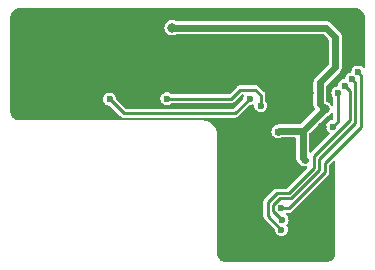
<source format=gbr>
%TF.GenerationSoftware,KiCad,Pcbnew,6.99.0-1.20221101gitf80c150.fc36*%
%TF.CreationDate,2022-11-28T17:43:37+00:00*%
%TF.ProjectId,bugg-mic-r4,62756767-2d6d-4696-932d-72342e6b6963,rev?*%
%TF.SameCoordinates,Original*%
%TF.FileFunction,Copper,L6,Bot*%
%TF.FilePolarity,Positive*%
%FSLAX46Y46*%
G04 Gerber Fmt 4.6, Leading zero omitted, Abs format (unit mm)*
G04 Created by KiCad (PCBNEW 6.99.0-1.20221101gitf80c150.fc36) date 2022-11-28 17:43:37*
%MOMM*%
%LPD*%
G01*
G04 APERTURE LIST*
%TA.AperFunction,ComponentPad*%
%ADD10C,0.500000*%
%TD*%
%TA.AperFunction,SMDPad,CuDef*%
%ADD11R,2.650000X2.650000*%
%TD*%
%TA.AperFunction,ViaPad*%
%ADD12C,0.600000*%
%TD*%
%TA.AperFunction,ViaPad*%
%ADD13C,0.800000*%
%TD*%
%TA.AperFunction,Conductor*%
%ADD14C,0.600000*%
%TD*%
%TA.AperFunction,Conductor*%
%ADD15C,0.250000*%
%TD*%
G04 APERTURE END LIST*
D10*
%TO.P,U301,25,VSS_THERMAL*%
%TO.N,GND*%
X14675000Y-325000D03*
X13600000Y-325000D03*
X12525000Y-325000D03*
X14675000Y-1400000D03*
X13600000Y-1400000D03*
D11*
X13599999Y-1399999D03*
D10*
X12525000Y-1400000D03*
X14675000Y-2475000D03*
X13600000Y-2475000D03*
X12525000Y-2475000D03*
%TD*%
D12*
%TO.N,GND*%
X-600000Y-3450000D03*
D13*
X15600000Y-5350000D03*
D12*
X500000Y-3450000D03*
X11750000Y-14700000D03*
X13700000Y-4400000D03*
X12950000Y2000000D03*
X11750000Y-15300000D03*
X16000000Y4350000D03*
X10550000Y1350000D03*
X-3050000Y4100000D03*
X15950000Y550000D03*
X18550000Y4000000D03*
X11455944Y-7673746D03*
X4000000Y4200000D03*
X11450000Y-3550000D03*
X10950000Y4050000D03*
%TO.N,+3V3*%
X16750000Y2350000D03*
X14200000Y-8100000D03*
D13*
X2950000Y3100000D03*
X15850000Y-3800000D03*
D12*
X11900000Y-5700000D03*
%TO.N,/SDOUT*%
X17550000Y-1800000D03*
X12200000Y-14000000D03*
%TO.N,/BCLK*%
X18133725Y-1252932D03*
X12241949Y-13158051D03*
%TO.N,/FSYNC*%
X18674709Y-663564D03*
X12200000Y-12200000D03*
%TO.N,Net-(U301-PDMDIN1_GPI1)*%
X-2350000Y-2950000D03*
X9500000Y-2900000D03*
%TO.N,Net-(U301-PDMCLK1_GPO1)*%
X2500000Y-2900000D03*
X10449991Y-3500009D03*
%TO.N,Net-(U301-GPIO1)*%
X16533051Y-5283051D03*
X16974627Y-2425373D03*
%TD*%
D14*
%TO.N,+3V3*%
X14200000Y-8100000D02*
X14000000Y-7900000D01*
X16750000Y-234300D02*
X16750000Y2350000D01*
X11900000Y-5700000D02*
X11950000Y-5650000D01*
X14000000Y-7900000D02*
X14000000Y-5650000D01*
X11950000Y-5650000D02*
X14000000Y-5650000D01*
X16000000Y3100000D02*
X2950000Y3100000D01*
X15450000Y-1534300D02*
X16750000Y-234300D01*
X15450000Y-3400000D02*
X15450000Y-1534300D01*
X16750000Y2350000D02*
X16000000Y3100000D01*
X14000000Y-5650000D02*
X15850000Y-3800000D01*
X15850000Y-3800000D02*
X15450000Y-3400000D01*
D15*
%TO.N,/SDOUT*%
X18000000Y-4700000D02*
X14950000Y-7750000D01*
X11800000Y-10900000D02*
X11050000Y-11650000D01*
X11050000Y-11650000D02*
X11050000Y-12850000D01*
X14950000Y-8763604D02*
X12813604Y-10900000D01*
X11050000Y-12850000D02*
X12200000Y-14000000D01*
X14950000Y-7750000D02*
X14950000Y-8763604D01*
X18000000Y-2250000D02*
X18000000Y-4700000D01*
X17550000Y-1800000D02*
X18000000Y-2250000D01*
X12813604Y-10900000D02*
X11800000Y-10900000D01*
%TO.N,/BCLK*%
X11500000Y-12416102D02*
X12241949Y-13158051D01*
X13000000Y-11350000D02*
X12063590Y-11350000D01*
X18133725Y-1252932D02*
X18450011Y-1569218D01*
X18450011Y-1569218D02*
X18450011Y-4963579D01*
X12063590Y-11350000D02*
X11500000Y-11913590D01*
X11500000Y-11913590D02*
X11500000Y-12416102D01*
X18450011Y-4963579D02*
X15400000Y-8013590D01*
X15400000Y-8950000D02*
X13000000Y-11350000D01*
X15400000Y-8013590D02*
X15400000Y-8950000D01*
%TO.N,/FSYNC*%
X15850000Y-9150000D02*
X12800000Y-12200000D01*
X12800000Y-12200000D02*
X12200000Y-12200000D01*
X18674709Y-663564D02*
X18974708Y-963563D01*
X18974708Y-5275292D02*
X15850000Y-8400000D01*
X15850000Y-8400000D02*
X15850000Y-9150000D01*
X18974708Y-963563D02*
X18974708Y-5275292D01*
%TO.N,Net-(U301-PDMDIN1_GPI1)*%
X9500000Y-2900000D02*
X8250000Y-4150000D01*
X8250000Y-4150000D02*
X-1150000Y-4150000D01*
X-1150000Y-4150000D02*
X-2350000Y-2950000D01*
%TO.N,Net-(U301-PDMCLK1_GPO1)*%
X8700000Y-2150000D02*
X7950000Y-2900000D01*
X10450000Y-2600000D02*
X10000000Y-2150000D01*
X10449991Y-3500009D02*
X10450000Y-3500000D01*
X10450000Y-3500000D02*
X10450000Y-2600000D01*
X7950000Y-2900000D02*
X2500000Y-2900000D01*
X10000000Y-2150000D02*
X8700000Y-2150000D01*
%TO.N,Net-(U301-GPIO1)*%
X16974627Y-2425373D02*
X16974627Y-4841475D01*
X16974627Y-4841475D02*
X16533051Y-5283051D01*
%TD*%
%TA.AperFunction,Conductor*%
%TO.N,GND*%
G36*
X18504843Y4749023D02*
G01*
X18518708Y4747657D01*
X18636517Y4736055D01*
X18655546Y4732270D01*
X18777492Y4695278D01*
X18795421Y4687851D01*
X18907798Y4627784D01*
X18923934Y4617002D01*
X19022438Y4536163D01*
X19036159Y4522443D01*
X19036164Y4522437D01*
X19117001Y4423937D01*
X19127783Y4407800D01*
X19187850Y4295423D01*
X19195277Y4277495D01*
X19232268Y4155551D01*
X19236054Y4136518D01*
X19249020Y4004875D01*
X19249497Y3995171D01*
X19249497Y3955832D01*
X19249499Y3955827D01*
X19249500Y3955815D01*
X19249500Y-216706D01*
X19230593Y-274897D01*
X19181093Y-310861D01*
X19119907Y-310861D01*
X19076420Y-280127D01*
X19075868Y-280679D01*
X19072656Y-277467D01*
X19071960Y-276975D01*
X19071287Y-276098D01*
X19071281Y-276092D01*
X19067330Y-270943D01*
X18952334Y-182703D01*
X18818418Y-127234D01*
X18811989Y-126388D01*
X18811987Y-126387D01*
X18681142Y-109161D01*
X18674709Y-108314D01*
X18668276Y-109161D01*
X18537431Y-126387D01*
X18537429Y-126388D01*
X18531000Y-127234D01*
X18397084Y-182703D01*
X18282088Y-270943D01*
X18193848Y-385939D01*
X18138379Y-519855D01*
X18137533Y-526284D01*
X18137532Y-526286D01*
X18124552Y-624880D01*
X18098211Y-680105D01*
X18039322Y-710111D01*
X18021933Y-712400D01*
X17996447Y-715755D01*
X17996445Y-715756D01*
X17990016Y-716602D01*
X17856100Y-772071D01*
X17741104Y-860311D01*
X17652864Y-975307D01*
X17597395Y-1109223D01*
X17593555Y-1138393D01*
X17589989Y-1165476D01*
X17563648Y-1220700D01*
X17504759Y-1250706D01*
X17479817Y-1253990D01*
X17406291Y-1263670D01*
X17272375Y-1319139D01*
X17157379Y-1407379D01*
X17069139Y-1522375D01*
X17013670Y-1656291D01*
X16995683Y-1792918D01*
X16995626Y-1793348D01*
X16969285Y-1848573D01*
X16910396Y-1878579D01*
X16837349Y-1888196D01*
X16837347Y-1888197D01*
X16830918Y-1889043D01*
X16697002Y-1944512D01*
X16582006Y-2032752D01*
X16493766Y-2147748D01*
X16438297Y-2281664D01*
X16437451Y-2288093D01*
X16437450Y-2288095D01*
X16427174Y-2366153D01*
X16419377Y-2425373D01*
X16420224Y-2431806D01*
X16436377Y-2554496D01*
X16438297Y-2569082D01*
X16493766Y-2702998D01*
X16497717Y-2708147D01*
X16578669Y-2813645D01*
X16599127Y-2873913D01*
X16599127Y-3422478D01*
X16580220Y-3480669D01*
X16530720Y-3516633D01*
X16469534Y-3516633D01*
X16418652Y-3478716D01*
X16343890Y-3370404D01*
X16343884Y-3370397D01*
X16340483Y-3365470D01*
X16281361Y-3313093D01*
X16226723Y-3264688D01*
X16226720Y-3264686D01*
X16222240Y-3260717D01*
X16216941Y-3257936D01*
X16216937Y-3257933D01*
X16150043Y-3222825D01*
X16082365Y-3187304D01*
X16075804Y-3185687D01*
X16075398Y-3185435D01*
X16070953Y-3183749D01*
X16071283Y-3182878D01*
X16023832Y-3153403D01*
X16000760Y-3096735D01*
X16000500Y-3089565D01*
X16000500Y-1803333D01*
X16019407Y-1745142D01*
X16029496Y-1733329D01*
X17131428Y-631397D01*
X17133859Y-629048D01*
X17176098Y-589600D01*
X17176100Y-589597D01*
X17181044Y-584980D01*
X17184561Y-579197D01*
X17184564Y-579193D01*
X17203059Y-548780D01*
X17208762Y-540400D01*
X17230271Y-512036D01*
X17230272Y-512034D01*
X17234361Y-506642D01*
X17241727Y-487961D01*
X17249237Y-472841D01*
X17256154Y-461467D01*
X17259672Y-455682D01*
X17271103Y-414885D01*
X17274334Y-405277D01*
X17287393Y-372161D01*
X17287393Y-372160D01*
X17289876Y-365864D01*
X17291930Y-345889D01*
X17295082Y-329302D01*
X17298673Y-316487D01*
X17298673Y-316484D01*
X17300500Y-309965D01*
X17300500Y-267600D01*
X17301019Y-257476D01*
X17304660Y-222063D01*
X17304660Y-222060D01*
X17305352Y-215328D01*
X17301940Y-195539D01*
X17300500Y-178718D01*
X17300500Y2307432D01*
X17301347Y2320354D01*
X17304403Y2343566D01*
X17304403Y2343567D01*
X17305250Y2350000D01*
X17304403Y2356435D01*
X17302802Y2368596D01*
X17302013Y2384898D01*
X17302531Y2400056D01*
X17302531Y2400058D01*
X17302762Y2406826D01*
X17293170Y2446190D01*
X17291202Y2456704D01*
X17286786Y2490248D01*
X17286785Y2490253D01*
X17286330Y2493709D01*
X17285722Y2495177D01*
X17285070Y2499920D01*
X17282373Y2506130D01*
X17277068Y2518344D01*
X17271687Y2534344D01*
X17268536Y2547272D01*
X17266933Y2553852D01*
X17248895Y2585932D01*
X17243725Y2596569D01*
X17233346Y2621626D01*
X17233345Y2621628D01*
X17230861Y2627625D01*
X17228635Y2630525D01*
X17228399Y2630994D01*
X17227477Y2632511D01*
X17224780Y2638720D01*
X17212104Y2654301D01*
X17202606Y2668257D01*
X17196085Y2679854D01*
X17192765Y2685759D01*
X17169365Y2709160D01*
X17160829Y2718893D01*
X17146573Y2737471D01*
X17142621Y2742621D01*
X17137869Y2746267D01*
X17134683Y2749798D01*
X17133553Y2750853D01*
X17129278Y2756108D01*
X17112870Y2767691D01*
X17099960Y2778565D01*
X16397083Y3481441D01*
X16394734Y3483873D01*
X16355301Y3526096D01*
X16350680Y3531044D01*
X16344897Y3534561D01*
X16344893Y3534564D01*
X16314480Y3553059D01*
X16306100Y3558762D01*
X16277736Y3580271D01*
X16277734Y3580272D01*
X16272342Y3584361D01*
X16266048Y3586843D01*
X16266046Y3586844D01*
X16253662Y3591727D01*
X16238541Y3599237D01*
X16227167Y3606154D01*
X16221382Y3609672D01*
X16206191Y3613928D01*
X16180585Y3621103D01*
X16170977Y3624334D01*
X16137861Y3637393D01*
X16137860Y3637393D01*
X16131564Y3639876D01*
X16111589Y3641930D01*
X16095002Y3645082D01*
X16082187Y3648673D01*
X16082184Y3648673D01*
X16075665Y3650500D01*
X16033300Y3650500D01*
X16023176Y3651019D01*
X15987763Y3654660D01*
X15987760Y3654660D01*
X15981028Y3655352D01*
X15961239Y3651940D01*
X15944418Y3650500D01*
X3325270Y3650500D01*
X3279262Y3661840D01*
X3187668Y3709913D01*
X3187666Y3709914D01*
X3182365Y3712696D01*
X3176553Y3714129D01*
X3176549Y3714130D01*
X3034801Y3749067D01*
X3034797Y3749067D01*
X3028985Y3750500D01*
X2871015Y3750500D01*
X2865203Y3749067D01*
X2865199Y3749067D01*
X2723451Y3714130D01*
X2723447Y3714129D01*
X2717635Y3712696D01*
X2712334Y3709914D01*
X2712332Y3709913D01*
X2583063Y3642067D01*
X2583059Y3642064D01*
X2577760Y3639283D01*
X2573280Y3635314D01*
X2573277Y3635312D01*
X2532557Y3599237D01*
X2459517Y3534530D01*
X2369780Y3404523D01*
X2313763Y3256818D01*
X2294722Y3100000D01*
X2313763Y2943182D01*
X2369780Y2795477D01*
X2373179Y2790552D01*
X2373180Y2790551D01*
X2396954Y2756108D01*
X2459517Y2665470D01*
X2489712Y2638720D01*
X2573277Y2564688D01*
X2573280Y2564686D01*
X2577760Y2560717D01*
X2583059Y2557936D01*
X2583063Y2557933D01*
X2712332Y2490087D01*
X2712334Y2490086D01*
X2717635Y2487304D01*
X2723447Y2485871D01*
X2723451Y2485870D01*
X2865199Y2450933D01*
X2865203Y2450933D01*
X2871015Y2449500D01*
X3028985Y2449500D01*
X3034797Y2450933D01*
X3034801Y2450933D01*
X3176549Y2485870D01*
X3176553Y2485871D01*
X3182365Y2487304D01*
X3187666Y2490086D01*
X3187668Y2490087D01*
X3279262Y2538160D01*
X3325270Y2549500D01*
X15730968Y2549500D01*
X15789159Y2530593D01*
X15800971Y2520504D01*
X16170503Y2150973D01*
X16198281Y2096456D01*
X16199500Y2080969D01*
X16199500Y34733D01*
X16180593Y-23458D01*
X16170504Y-35271D01*
X15068572Y-1137203D01*
X15066141Y-1139552D01*
X15023902Y-1179000D01*
X15023900Y-1179003D01*
X15018956Y-1183620D01*
X15015439Y-1189403D01*
X15015436Y-1189407D01*
X14996941Y-1219820D01*
X14991238Y-1228200D01*
X14974172Y-1250706D01*
X14965639Y-1261958D01*
X14963157Y-1268252D01*
X14963156Y-1268254D01*
X14958273Y-1280638D01*
X14950763Y-1295759D01*
X14940328Y-1312918D01*
X14938501Y-1319439D01*
X14928897Y-1353715D01*
X14925666Y-1363323D01*
X14910124Y-1402736D01*
X14908071Y-1422708D01*
X14904918Y-1439298D01*
X14899500Y-1458635D01*
X14899500Y-1501000D01*
X14898981Y-1511124D01*
X14894648Y-1553272D01*
X14895799Y-1559946D01*
X14898060Y-1573061D01*
X14899500Y-1589882D01*
X14899500Y-3388921D01*
X14899442Y-3392301D01*
X14897238Y-3456826D01*
X14898842Y-3463408D01*
X14907266Y-3497978D01*
X14909159Y-3507936D01*
X14914930Y-3549920D01*
X14917628Y-3556131D01*
X14917629Y-3556135D01*
X14922932Y-3568344D01*
X14928313Y-3584344D01*
X14933067Y-3603852D01*
X14936383Y-3609750D01*
X14936384Y-3609752D01*
X14953833Y-3640786D01*
X14958341Y-3649860D01*
X14975220Y-3688720D01*
X14979493Y-3693972D01*
X14987891Y-3704295D01*
X14997388Y-3718249D01*
X15007234Y-3735759D01*
X15011291Y-3739816D01*
X15031239Y-3797178D01*
X15013529Y-3855744D01*
X15002264Y-3869212D01*
X14391705Y-4479770D01*
X13800971Y-5070504D01*
X13746454Y-5098281D01*
X13730967Y-5099500D01*
X11961096Y-5099500D01*
X11957716Y-5099442D01*
X11899943Y-5097468D01*
X11899941Y-5097468D01*
X11893174Y-5097237D01*
X11886598Y-5098840D01*
X11886594Y-5098840D01*
X11852012Y-5107268D01*
X11842054Y-5109161D01*
X11800080Y-5114930D01*
X11781657Y-5122933D01*
X11765660Y-5128312D01*
X11746148Y-5133067D01*
X11740248Y-5136385D01*
X11740244Y-5136386D01*
X11709214Y-5153833D01*
X11700140Y-5158341D01*
X11661280Y-5175220D01*
X11648826Y-5185352D01*
X11645705Y-5187891D01*
X11631751Y-5197388D01*
X11625962Y-5200643D01*
X11620141Y-5203916D01*
X11620139Y-5203918D01*
X11614241Y-5207234D01*
X11584276Y-5237199D01*
X11576750Y-5243990D01*
X11543892Y-5270722D01*
X11539988Y-5276253D01*
X11539260Y-5277284D01*
X11518652Y-5298728D01*
X11512535Y-5303422D01*
X11512532Y-5303425D01*
X11507379Y-5307379D01*
X11503425Y-5312532D01*
X11485921Y-5335344D01*
X11484975Y-5336500D01*
X11484109Y-5337366D01*
X11481016Y-5341445D01*
X11462399Y-5365995D01*
X11462058Y-5366441D01*
X11441768Y-5392885D01*
X11419139Y-5422375D01*
X11418530Y-5423846D01*
X11415639Y-5427658D01*
X11413155Y-5433957D01*
X11389896Y-5492939D01*
X11389266Y-5494496D01*
X11363670Y-5556291D01*
X11363193Y-5559915D01*
X11363029Y-5560412D01*
X11362609Y-5562134D01*
X11360124Y-5568436D01*
X11359432Y-5575172D01*
X11359431Y-5575174D01*
X11353330Y-5634523D01*
X11353002Y-5637322D01*
X11344750Y-5700000D01*
X11345532Y-5705938D01*
X11345288Y-5710697D01*
X11345341Y-5712236D01*
X11344648Y-5718972D01*
X11355308Y-5780798D01*
X11355900Y-5784694D01*
X11363670Y-5843709D01*
X11366152Y-5849703D01*
X11367832Y-5855972D01*
X11367506Y-5856059D01*
X11369209Y-5861424D01*
X11370360Y-5868100D01*
X11373269Y-5874216D01*
X11395724Y-5921434D01*
X11397780Y-5926060D01*
X11419139Y-5977625D01*
X11423090Y-5982773D01*
X11426335Y-5988395D01*
X11426237Y-5988452D01*
X11432333Y-5998413D01*
X11432442Y-5998643D01*
X11432446Y-5998649D01*
X11435353Y-6004762D01*
X11439804Y-6009866D01*
X11471730Y-6046480D01*
X11475650Y-6051271D01*
X11507379Y-6092621D01*
X11512524Y-6096569D01*
X11513383Y-6097228D01*
X11527730Y-6110704D01*
X11534808Y-6118821D01*
X11540466Y-6122532D01*
X11540474Y-6122539D01*
X11577992Y-6147146D01*
X11583954Y-6151379D01*
X11622375Y-6180861D01*
X11628374Y-6183346D01*
X11628376Y-6183347D01*
X11632821Y-6185189D01*
X11649227Y-6193868D01*
X11655682Y-6198102D01*
X11655686Y-6198104D01*
X11661347Y-6201817D01*
X11687960Y-6210264D01*
X11707029Y-6216316D01*
X11714965Y-6219213D01*
X11750291Y-6233845D01*
X11750293Y-6233846D01*
X11756291Y-6236330D01*
X11771188Y-6238291D01*
X11788208Y-6242081D01*
X11805584Y-6247596D01*
X11849781Y-6249105D01*
X11859315Y-6249893D01*
X11900000Y-6255250D01*
X11906433Y-6254403D01*
X11906435Y-6254403D01*
X11918596Y-6252802D01*
X11934898Y-6252013D01*
X11950056Y-6252531D01*
X11950058Y-6252531D01*
X11956826Y-6252762D01*
X11996190Y-6243170D01*
X12006701Y-6241202D01*
X12043709Y-6236330D01*
X12064472Y-6227730D01*
X12078918Y-6223009D01*
X12103852Y-6216933D01*
X12110479Y-6213207D01*
X12111393Y-6212967D01*
X12116055Y-6211129D01*
X12116276Y-6211689D01*
X12159001Y-6200500D01*
X13350500Y-6200500D01*
X13408691Y-6219407D01*
X13444655Y-6268907D01*
X13449500Y-6299500D01*
X13449500Y-7888921D01*
X13449442Y-7892301D01*
X13447238Y-7956826D01*
X13448842Y-7963408D01*
X13457266Y-7997978D01*
X13459159Y-8007936D01*
X13464930Y-8049920D01*
X13467628Y-8056131D01*
X13467629Y-8056135D01*
X13472932Y-8068344D01*
X13478313Y-8084344D01*
X13483067Y-8103852D01*
X13486383Y-8109750D01*
X13486384Y-8109752D01*
X13503833Y-8140786D01*
X13508341Y-8149860D01*
X13525220Y-8188720D01*
X13529493Y-8193972D01*
X13537891Y-8204295D01*
X13547388Y-8218249D01*
X13557234Y-8235759D01*
X13587199Y-8265724D01*
X13593990Y-8273250D01*
X13620722Y-8306108D01*
X13626253Y-8310012D01*
X13637123Y-8317685D01*
X13650036Y-8328561D01*
X13780643Y-8459168D01*
X13789175Y-8468897D01*
X13807379Y-8492621D01*
X13825501Y-8506526D01*
X13835344Y-8514079D01*
X13836500Y-8515025D01*
X13837366Y-8515891D01*
X13866060Y-8537651D01*
X13866441Y-8537942D01*
X13922375Y-8580861D01*
X13923846Y-8581470D01*
X13927658Y-8584361D01*
X13933957Y-8586845D01*
X13992939Y-8610104D01*
X13994506Y-8610738D01*
X14050298Y-8633848D01*
X14050300Y-8633849D01*
X14056291Y-8636330D01*
X14059915Y-8636807D01*
X14060412Y-8636971D01*
X14062134Y-8637391D01*
X14068436Y-8639876D01*
X14075172Y-8640568D01*
X14075174Y-8640569D01*
X14134523Y-8646670D01*
X14137322Y-8646998D01*
X14190931Y-8654056D01*
X14200000Y-8655250D01*
X14205938Y-8654468D01*
X14210701Y-8654712D01*
X14212237Y-8654660D01*
X14218972Y-8655352D01*
X14226583Y-8654040D01*
X14280826Y-8644688D01*
X14284713Y-8644097D01*
X14287790Y-8643692D01*
X14347950Y-8654841D01*
X14390069Y-8699222D01*
X14398057Y-8759884D01*
X14370718Y-8811849D01*
X12687062Y-10495504D01*
X12632545Y-10523281D01*
X12617058Y-10524500D01*
X11849212Y-10524500D01*
X11828896Y-10522393D01*
X11823759Y-10521316D01*
X11823758Y-10521316D01*
X11815732Y-10519633D01*
X11807597Y-10520647D01*
X11807595Y-10520647D01*
X11782783Y-10523740D01*
X11777055Y-10524095D01*
X11777061Y-10524162D01*
X11772982Y-10524500D01*
X11768886Y-10524500D01*
X11747870Y-10528007D01*
X11743848Y-10528593D01*
X11729711Y-10530355D01*
X11699513Y-10534119D01*
X11699511Y-10534120D01*
X11691374Y-10535134D01*
X11684235Y-10538624D01*
X11684222Y-10538628D01*
X11676390Y-10539935D01*
X11669178Y-10543838D01*
X11669175Y-10543839D01*
X11629928Y-10565078D01*
X11626292Y-10566950D01*
X11586159Y-10586570D01*
X11586154Y-10586573D01*
X11578789Y-10590174D01*
X11573171Y-10595792D01*
X11573160Y-10595801D01*
X11566174Y-10599581D01*
X11530371Y-10638472D01*
X11527564Y-10641398D01*
X10819273Y-11349689D01*
X10803417Y-11362564D01*
X10792164Y-11369916D01*
X10787127Y-11376388D01*
X10771778Y-11396108D01*
X10767973Y-11400417D01*
X10768023Y-11400460D01*
X10765372Y-11403590D01*
X10762480Y-11406482D01*
X10760104Y-11409810D01*
X10760103Y-11409811D01*
X10750090Y-11423835D01*
X10747646Y-11427112D01*
X10715191Y-11468811D01*
X10712611Y-11476326D01*
X10712606Y-11476335D01*
X10707990Y-11482801D01*
X10692905Y-11533472D01*
X10691677Y-11537306D01*
X10674500Y-11587340D01*
X10674500Y-11595294D01*
X10672232Y-11602912D01*
X10672571Y-11611111D01*
X10672571Y-11611112D01*
X10674415Y-11655702D01*
X10674500Y-11659792D01*
X10674500Y-12800788D01*
X10672393Y-12821104D01*
X10669633Y-12834268D01*
X10670647Y-12842403D01*
X10670647Y-12842405D01*
X10673740Y-12867217D01*
X10674095Y-12872945D01*
X10674162Y-12872939D01*
X10674500Y-12877018D01*
X10674500Y-12881114D01*
X10675174Y-12885152D01*
X10678004Y-12902113D01*
X10678593Y-12906152D01*
X10685134Y-12958626D01*
X10688624Y-12965765D01*
X10688628Y-12965778D01*
X10689935Y-12973610D01*
X10693838Y-12980822D01*
X10693839Y-12980825D01*
X10715078Y-13020072D01*
X10716950Y-13023708D01*
X10736570Y-13063841D01*
X10736573Y-13063846D01*
X10740174Y-13071211D01*
X10745792Y-13076829D01*
X10745800Y-13076840D01*
X10749581Y-13083826D01*
X10755616Y-13089382D01*
X10755617Y-13089383D01*
X10788448Y-13119606D01*
X10791401Y-13122438D01*
X11617317Y-13948354D01*
X11645466Y-14005435D01*
X11663670Y-14143709D01*
X11719139Y-14277625D01*
X11807379Y-14392621D01*
X11922375Y-14480861D01*
X12056291Y-14536330D01*
X12062720Y-14537176D01*
X12062722Y-14537177D01*
X12193567Y-14554403D01*
X12200000Y-14555250D01*
X12206433Y-14554403D01*
X12337278Y-14537177D01*
X12337280Y-14537176D01*
X12343709Y-14536330D01*
X12477625Y-14480861D01*
X12592621Y-14392621D01*
X12680861Y-14277625D01*
X12736330Y-14143709D01*
X12755250Y-14000000D01*
X12736330Y-13856291D01*
X12680861Y-13722375D01*
X12676910Y-13717225D01*
X12676907Y-13717221D01*
X12638085Y-13666628D01*
X12617660Y-13608952D01*
X12638084Y-13546092D01*
X12718859Y-13440825D01*
X12722810Y-13435676D01*
X12778279Y-13301760D01*
X12797199Y-13158051D01*
X12786720Y-13078454D01*
X12779126Y-13020773D01*
X12779125Y-13020771D01*
X12778279Y-13014342D01*
X12722810Y-12880426D01*
X12634570Y-12765430D01*
X12629421Y-12761479D01*
X12629416Y-12761474D01*
X12618426Y-12753041D01*
X12583771Y-12702617D01*
X12585373Y-12641452D01*
X12622621Y-12592911D01*
X12678694Y-12575500D01*
X12750788Y-12575500D01*
X12771104Y-12577607D01*
X12776241Y-12578684D01*
X12776242Y-12578684D01*
X12784268Y-12580367D01*
X12792403Y-12579353D01*
X12792405Y-12579353D01*
X12817217Y-12576260D01*
X12822945Y-12575905D01*
X12822939Y-12575838D01*
X12827018Y-12575500D01*
X12831114Y-12575500D01*
X12852130Y-12571993D01*
X12856152Y-12571407D01*
X12870289Y-12569645D01*
X12900487Y-12565881D01*
X12900489Y-12565880D01*
X12908626Y-12564866D01*
X12915765Y-12561376D01*
X12915778Y-12561372D01*
X12923610Y-12560065D01*
X12930822Y-12556162D01*
X12930825Y-12556161D01*
X12970072Y-12534922D01*
X12973708Y-12533050D01*
X13013841Y-12513430D01*
X13013846Y-12513427D01*
X13021211Y-12509826D01*
X13026829Y-12504208D01*
X13026840Y-12504200D01*
X13033826Y-12500419D01*
X13069606Y-12461552D01*
X13072438Y-12458599D01*
X16080724Y-9450313D01*
X16096580Y-9437438D01*
X16096947Y-9437198D01*
X16107836Y-9430084D01*
X16112872Y-9423614D01*
X16112874Y-9423612D01*
X16128226Y-9403887D01*
X16132026Y-9399583D01*
X16131976Y-9399541D01*
X16134630Y-9396407D01*
X16137519Y-9393518D01*
X16149905Y-9376170D01*
X16152350Y-9372893D01*
X16179770Y-9337663D01*
X16184809Y-9331189D01*
X16187390Y-9323672D01*
X16187393Y-9323666D01*
X16192010Y-9317199D01*
X16207100Y-9266512D01*
X16208324Y-9262691D01*
X16225500Y-9212660D01*
X16225500Y-9204707D01*
X16227768Y-9197089D01*
X16225585Y-9144299D01*
X16225500Y-9140209D01*
X16225500Y-8596545D01*
X16244407Y-8538354D01*
X16254496Y-8526541D01*
X16580496Y-8200541D01*
X16635013Y-8172764D01*
X16695445Y-8182335D01*
X16738710Y-8225600D01*
X16749500Y-8270545D01*
X16749500Y-15995140D01*
X16749023Y-16004843D01*
X16736055Y-16136515D01*
X16732270Y-16155546D01*
X16732268Y-16155553D01*
X16695278Y-16277492D01*
X16687851Y-16295421D01*
X16627784Y-16407798D01*
X16617002Y-16423934D01*
X16536163Y-16522438D01*
X16522443Y-16536159D01*
X16462559Y-16585305D01*
X16423937Y-16617001D01*
X16407800Y-16627783D01*
X16295423Y-16687850D01*
X16277495Y-16695277D01*
X16155548Y-16732269D01*
X16136520Y-16736054D01*
X16022913Y-16747243D01*
X16004875Y-16749020D01*
X15995171Y-16749497D01*
X15955832Y-16749497D01*
X15955827Y-16749499D01*
X15955815Y-16749500D01*
X7504860Y-16749500D01*
X7495157Y-16749023D01*
X7481292Y-16747657D01*
X7363483Y-16736055D01*
X7344454Y-16732270D01*
X7222507Y-16695278D01*
X7204579Y-16687851D01*
X7092202Y-16627784D01*
X7076066Y-16617002D01*
X6977562Y-16536163D01*
X6963841Y-16522443D01*
X6882999Y-16423937D01*
X6872217Y-16407800D01*
X6812150Y-16295423D01*
X6804723Y-16277494D01*
X6804722Y-16277492D01*
X6767731Y-16155548D01*
X6763946Y-16136518D01*
X6750980Y-16004875D01*
X6750503Y-15995171D01*
X6750503Y-15955832D01*
X6750501Y-15955827D01*
X6750500Y-15955815D01*
X6750500Y-5901580D01*
X6719708Y-5707171D01*
X6710757Y-5679623D01*
X6660083Y-5523664D01*
X6660081Y-5523660D01*
X6658883Y-5519972D01*
X6657120Y-5516513D01*
X6657118Y-5516507D01*
X6571292Y-5348066D01*
X6571290Y-5348062D01*
X6569522Y-5344593D01*
X6546229Y-5312532D01*
X6456112Y-5188497D01*
X6453827Y-5185352D01*
X6314645Y-5046171D01*
X6187547Y-4953829D01*
X6158551Y-4932762D01*
X6158547Y-4932760D01*
X6155404Y-4930476D01*
X6086915Y-4895579D01*
X5983492Y-4842882D01*
X5983487Y-4842880D01*
X5980025Y-4841116D01*
X5911452Y-4818835D01*
X5796526Y-4781493D01*
X5796524Y-4781492D01*
X5792826Y-4780291D01*
X5695621Y-4764896D01*
X5602262Y-4750109D01*
X5602260Y-4750109D01*
X5598416Y-4749500D01*
X-9995140Y-4749500D01*
X-10004843Y-4749023D01*
X-10018708Y-4747657D01*
X-10136517Y-4736055D01*
X-10155546Y-4732270D01*
X-10277491Y-4695278D01*
X-10295420Y-4687851D01*
X-10407798Y-4627784D01*
X-10423934Y-4617003D01*
X-10469234Y-4579827D01*
X-10522441Y-4536161D01*
X-10536158Y-4522444D01*
X-10617000Y-4423937D01*
X-10627781Y-4407801D01*
X-10687848Y-4295423D01*
X-10695275Y-4277494D01*
X-10732267Y-4155549D01*
X-10736052Y-4136518D01*
X-10737933Y-4117413D01*
X-10749020Y-4004846D01*
X-10749497Y-3995143D01*
X-10749497Y-3955833D01*
X-10749499Y-3955828D01*
X-10749500Y-3955816D01*
X-10749500Y-2950000D01*
X-2905250Y-2950000D01*
X-2904403Y-2956433D01*
X-2893759Y-3037278D01*
X-2886330Y-3093709D01*
X-2830861Y-3227625D01*
X-2742621Y-3342621D01*
X-2627625Y-3430861D01*
X-2493709Y-3486330D01*
X-2487280Y-3487176D01*
X-2487278Y-3487177D01*
X-2424232Y-3495477D01*
X-2355435Y-3504534D01*
X-2298354Y-3532683D01*
X-1450313Y-4380724D01*
X-1437438Y-4396580D01*
X-1430084Y-4407836D01*
X-1423614Y-4412872D01*
X-1423612Y-4412874D01*
X-1403887Y-4428226D01*
X-1399583Y-4432026D01*
X-1399541Y-4431976D01*
X-1396407Y-4434630D01*
X-1393518Y-4437519D01*
X-1376171Y-4449905D01*
X-1372893Y-4452350D01*
X-1331189Y-4484809D01*
X-1323672Y-4487390D01*
X-1323666Y-4487393D01*
X-1317199Y-4492010D01*
X-1266512Y-4507100D01*
X-1262691Y-4508324D01*
X-1212660Y-4525500D01*
X-1204710Y-4525500D01*
X-1204704Y-4525501D01*
X-1197089Y-4527768D01*
X-1188890Y-4527429D01*
X-1188889Y-4527429D01*
X-1144299Y-4525585D01*
X-1140209Y-4525500D01*
X8200788Y-4525500D01*
X8221104Y-4527607D01*
X8226241Y-4528684D01*
X8226242Y-4528684D01*
X8234268Y-4530367D01*
X8242403Y-4529353D01*
X8242405Y-4529353D01*
X8267217Y-4526260D01*
X8272945Y-4525905D01*
X8272939Y-4525838D01*
X8277018Y-4525500D01*
X8281114Y-4525500D01*
X8302130Y-4521993D01*
X8306152Y-4521407D01*
X8320289Y-4519645D01*
X8350487Y-4515881D01*
X8350489Y-4515880D01*
X8358626Y-4514866D01*
X8365765Y-4511376D01*
X8365778Y-4511372D01*
X8373610Y-4510065D01*
X8380822Y-4506162D01*
X8380825Y-4506161D01*
X8420072Y-4484922D01*
X8423708Y-4483050D01*
X8463841Y-4463430D01*
X8463846Y-4463427D01*
X8471211Y-4459826D01*
X8476829Y-4454208D01*
X8476840Y-4454200D01*
X8483826Y-4450419D01*
X8495702Y-4437519D01*
X8519606Y-4411552D01*
X8522438Y-4408599D01*
X9448355Y-3482683D01*
X9505436Y-3454534D01*
X9554217Y-3448112D01*
X9637278Y-3437177D01*
X9637280Y-3437176D01*
X9643709Y-3436330D01*
X9759668Y-3388299D01*
X9820663Y-3383498D01*
X9872832Y-3415468D01*
X9896247Y-3471996D01*
X9895705Y-3492682D01*
X9895588Y-3493571D01*
X9895588Y-3493576D01*
X9894741Y-3500009D01*
X9913661Y-3643718D01*
X9969130Y-3777634D01*
X10057370Y-3892630D01*
X10172366Y-3980870D01*
X10306282Y-4036339D01*
X10312711Y-4037185D01*
X10312713Y-4037186D01*
X10443558Y-4054412D01*
X10449991Y-4055259D01*
X10456424Y-4054412D01*
X10587269Y-4037186D01*
X10587271Y-4037185D01*
X10593700Y-4036339D01*
X10727616Y-3980870D01*
X10842612Y-3892630D01*
X10930852Y-3777634D01*
X10986321Y-3643718D01*
X11005241Y-3500009D01*
X10998977Y-3452433D01*
X10987168Y-3362731D01*
X10987167Y-3362729D01*
X10986321Y-3356300D01*
X10930852Y-3222384D01*
X10845958Y-3111748D01*
X10825500Y-3051481D01*
X10825500Y-2649212D01*
X10827607Y-2628896D01*
X10828684Y-2623759D01*
X10828684Y-2623758D01*
X10830367Y-2615732D01*
X10826260Y-2582783D01*
X10825905Y-2577055D01*
X10825838Y-2577061D01*
X10825500Y-2572982D01*
X10825500Y-2568886D01*
X10821993Y-2547870D01*
X10821406Y-2543839D01*
X10815881Y-2499513D01*
X10815880Y-2499511D01*
X10814866Y-2491374D01*
X10811376Y-2484235D01*
X10811372Y-2484222D01*
X10810065Y-2476390D01*
X10806162Y-2469178D01*
X10806161Y-2469175D01*
X10784922Y-2429928D01*
X10783050Y-2426292D01*
X10763430Y-2386159D01*
X10763427Y-2386154D01*
X10759826Y-2378789D01*
X10754208Y-2373171D01*
X10754200Y-2373160D01*
X10750419Y-2366174D01*
X10738553Y-2355250D01*
X10711541Y-2330384D01*
X10708588Y-2327551D01*
X10300313Y-1919275D01*
X10287438Y-1903420D01*
X10284570Y-1899031D01*
X10280084Y-1892164D01*
X10253892Y-1871778D01*
X10249583Y-1867973D01*
X10249540Y-1868023D01*
X10246410Y-1865372D01*
X10243518Y-1862480D01*
X10226165Y-1850090D01*
X10222888Y-1847646D01*
X10187661Y-1820228D01*
X10187660Y-1820227D01*
X10181189Y-1815191D01*
X10173674Y-1812611D01*
X10173665Y-1812606D01*
X10167199Y-1807990D01*
X10116528Y-1792905D01*
X10112694Y-1791677D01*
X10062660Y-1774500D01*
X10054705Y-1774500D01*
X10047088Y-1772232D01*
X10038889Y-1772571D01*
X10038888Y-1772571D01*
X9994298Y-1774415D01*
X9990208Y-1774500D01*
X8749212Y-1774500D01*
X8728896Y-1772393D01*
X8723759Y-1771316D01*
X8723758Y-1771316D01*
X8715732Y-1769633D01*
X8707597Y-1770647D01*
X8707595Y-1770647D01*
X8682783Y-1773740D01*
X8677055Y-1774095D01*
X8677061Y-1774162D01*
X8672982Y-1774500D01*
X8668886Y-1774500D01*
X8647870Y-1778007D01*
X8643848Y-1778593D01*
X8629711Y-1780355D01*
X8599513Y-1784119D01*
X8599511Y-1784120D01*
X8591374Y-1785134D01*
X8584235Y-1788624D01*
X8584222Y-1788628D01*
X8576390Y-1789935D01*
X8569178Y-1793838D01*
X8569175Y-1793839D01*
X8529928Y-1815078D01*
X8526292Y-1816950D01*
X8486159Y-1836570D01*
X8486154Y-1836573D01*
X8478789Y-1840174D01*
X8473171Y-1845792D01*
X8473160Y-1845801D01*
X8466174Y-1849581D01*
X8430371Y-1888472D01*
X8427564Y-1891398D01*
X7823458Y-2495504D01*
X7768941Y-2523281D01*
X7753454Y-2524500D01*
X2948540Y-2524500D01*
X2888272Y-2504042D01*
X2852236Y-2476390D01*
X2777625Y-2419139D01*
X2643709Y-2363670D01*
X2637280Y-2362824D01*
X2637278Y-2362823D01*
X2506433Y-2345597D01*
X2500000Y-2344750D01*
X2493567Y-2345597D01*
X2362722Y-2362823D01*
X2362720Y-2362824D01*
X2356291Y-2363670D01*
X2222375Y-2419139D01*
X2217226Y-2423090D01*
X2137549Y-2484229D01*
X2107379Y-2507379D01*
X2019139Y-2622375D01*
X1963670Y-2756291D01*
X1962824Y-2762720D01*
X1962823Y-2762722D01*
X1956119Y-2813645D01*
X1944750Y-2900000D01*
X1945597Y-2906433D01*
X1954150Y-2971395D01*
X1963670Y-3043709D01*
X2019139Y-3177625D01*
X2107379Y-3292621D01*
X2222375Y-3380861D01*
X2356291Y-3436330D01*
X2362720Y-3437176D01*
X2362722Y-3437177D01*
X2493567Y-3454403D01*
X2500000Y-3455250D01*
X2506433Y-3454403D01*
X2637278Y-3437177D01*
X2637280Y-3437176D01*
X2643709Y-3436330D01*
X2777625Y-3380861D01*
X2888272Y-3295958D01*
X2948540Y-3275500D01*
X7900788Y-3275500D01*
X7921104Y-3277607D01*
X7926241Y-3278684D01*
X7926242Y-3278684D01*
X7934268Y-3280367D01*
X7942403Y-3279353D01*
X7942405Y-3279353D01*
X7967217Y-3276260D01*
X7972945Y-3275905D01*
X7972939Y-3275838D01*
X7977018Y-3275500D01*
X7981114Y-3275500D01*
X8002130Y-3271993D01*
X8006152Y-3271407D01*
X8020289Y-3269645D01*
X8050487Y-3265881D01*
X8050489Y-3265880D01*
X8058626Y-3264866D01*
X8065765Y-3261376D01*
X8065778Y-3261372D01*
X8073610Y-3260065D01*
X8080822Y-3256162D01*
X8080825Y-3256161D01*
X8120072Y-3234922D01*
X8123708Y-3233050D01*
X8163841Y-3213430D01*
X8163846Y-3213427D01*
X8171211Y-3209826D01*
X8176829Y-3204208D01*
X8176840Y-3204200D01*
X8183826Y-3200419D01*
X8195900Y-3187304D01*
X8219606Y-3161552D01*
X8222438Y-3158599D01*
X8826541Y-2554496D01*
X8881058Y-2526719D01*
X8896545Y-2525500D01*
X8911103Y-2525500D01*
X8969294Y-2544407D01*
X9005258Y-2593907D01*
X9005258Y-2655093D01*
X9002574Y-2662367D01*
X8963670Y-2756291D01*
X8962824Y-2762720D01*
X8962823Y-2762722D01*
X8956119Y-2813645D01*
X8948185Y-2873913D01*
X8945466Y-2894564D01*
X8917317Y-2951646D01*
X8123458Y-3745504D01*
X8068941Y-3773281D01*
X8053454Y-3774500D01*
X-953455Y-3774500D01*
X-1011646Y-3755593D01*
X-1023459Y-3745504D01*
X-1767317Y-3001645D01*
X-1795466Y-2944563D01*
X-1812823Y-2812722D01*
X-1812824Y-2812720D01*
X-1813670Y-2806291D01*
X-1869139Y-2672375D01*
X-1957379Y-2557379D01*
X-2072375Y-2469139D01*
X-2206291Y-2413670D01*
X-2212720Y-2412824D01*
X-2212722Y-2412823D01*
X-2343567Y-2395597D01*
X-2350000Y-2394750D01*
X-2356433Y-2395597D01*
X-2487278Y-2412823D01*
X-2487280Y-2412824D01*
X-2493709Y-2413670D01*
X-2627625Y-2469139D01*
X-2742621Y-2557379D01*
X-2830861Y-2672375D01*
X-2886330Y-2806291D01*
X-2887176Y-2812720D01*
X-2887177Y-2812722D01*
X-2895233Y-2873913D01*
X-2905250Y-2950000D01*
X-10749500Y-2950000D01*
X-10749500Y3995143D01*
X-10749023Y4004847D01*
X-10736055Y4136516D01*
X-10732270Y4155546D01*
X-10695277Y4277494D01*
X-10687851Y4295420D01*
X-10627784Y4407798D01*
X-10617003Y4423934D01*
X-10570972Y4480024D01*
X-10536161Y4522441D01*
X-10522444Y4536158D01*
X-10423937Y4617000D01*
X-10407801Y4627781D01*
X-10295423Y4687848D01*
X-10277494Y4695275D01*
X-10277484Y4695278D01*
X-10155549Y4732267D01*
X-10136520Y4736052D01*
X-10004846Y4749020D01*
X-9995143Y4749497D01*
X-9955833Y4749497D01*
X-9955828Y4749499D01*
X-9955816Y4749500D01*
X18495140Y4749500D01*
X18504843Y4749023D01*
G37*
%TD.AperFunction*%
%TA.AperFunction,Conductor*%
G36*
X16578790Y-4117413D02*
G01*
X16599127Y-4177522D01*
X16599127Y-4632281D01*
X16580220Y-4690472D01*
X16530720Y-4726436D01*
X16513050Y-4730434D01*
X16478025Y-4735045D01*
X16389342Y-4746721D01*
X16255426Y-4802190D01*
X16140430Y-4890430D01*
X16052190Y-5005426D01*
X15996721Y-5139342D01*
X15995875Y-5145771D01*
X15995874Y-5145773D01*
X15981458Y-5255272D01*
X15977801Y-5283051D01*
X15978648Y-5289484D01*
X15995780Y-5419610D01*
X15996721Y-5426760D01*
X16052190Y-5560676D01*
X16140430Y-5675672D01*
X16145579Y-5679623D01*
X16250527Y-5760153D01*
X16285182Y-5810578D01*
X16283580Y-5871742D01*
X16260263Y-5908699D01*
X14719504Y-7449458D01*
X14664987Y-7477235D01*
X14604555Y-7467664D01*
X14561290Y-7424399D01*
X14550500Y-7379454D01*
X14550500Y-5919033D01*
X14569407Y-5860842D01*
X14579496Y-5849029D01*
X15974550Y-4453974D01*
X16020862Y-4427855D01*
X16076548Y-4414130D01*
X16076550Y-4414129D01*
X16082365Y-4412696D01*
X16087666Y-4409914D01*
X16087668Y-4409913D01*
X16216937Y-4342067D01*
X16216941Y-4342064D01*
X16222240Y-4339283D01*
X16226720Y-4335314D01*
X16226723Y-4335312D01*
X16291986Y-4277494D01*
X16340483Y-4234530D01*
X16343884Y-4229603D01*
X16343890Y-4229596D01*
X16418652Y-4121284D01*
X16467268Y-4084134D01*
X16528436Y-4082656D01*
X16578790Y-4117413D01*
G37*
%TD.AperFunction*%
%TD*%
M02*

</source>
